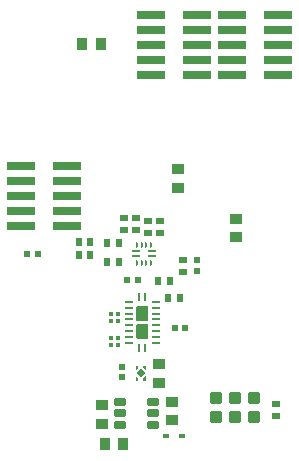
<source format=gbp>
G04*
G04 #@! TF.GenerationSoftware,Altium Limited,Altium Designer,19.1.8 (144)*
G04*
G04 Layer_Color=128*
%FSLAX44Y44*%
%MOMM*%
G71*
G01*
G75*
%ADD18R,0.5500X0.6500*%
%ADD76R,2.4000X0.7600*%
G04:AMPARAMS|DCode=77|XSize=0.2mm|YSize=0.5mm|CornerRadius=0.05mm|HoleSize=0mm|Usage=FLASHONLY|Rotation=0.000|XOffset=0mm|YOffset=0mm|HoleType=Round|Shape=RoundedRectangle|*
%AMROUNDEDRECTD77*
21,1,0.2000,0.4000,0,0,0.0*
21,1,0.1000,0.5000,0,0,0.0*
1,1,0.1000,0.0500,-0.2000*
1,1,0.1000,-0.0500,-0.2000*
1,1,0.1000,-0.0500,0.2000*
1,1,0.1000,0.0500,0.2000*
%
%ADD77ROUNDEDRECTD77*%
G04:AMPARAMS|DCode=78|XSize=0.2mm|YSize=0.7mm|CornerRadius=0.05mm|HoleSize=0mm|Usage=FLASHONLY|Rotation=90.000|XOffset=0mm|YOffset=0mm|HoleType=Round|Shape=RoundedRectangle|*
%AMROUNDEDRECTD78*
21,1,0.2000,0.6000,0,0,90.0*
21,1,0.1000,0.7000,0,0,90.0*
1,1,0.1000,0.3000,0.0500*
1,1,0.1000,0.3000,-0.0500*
1,1,0.1000,-0.3000,-0.0500*
1,1,0.1000,-0.3000,0.0500*
%
%ADD78ROUNDEDRECTD78*%
G04:AMPARAMS|DCode=79|XSize=0.25mm|YSize=0.6mm|CornerRadius=0.025mm|HoleSize=0mm|Usage=FLASHONLY|Rotation=90.000|XOffset=0mm|YOffset=0mm|HoleType=Round|Shape=RoundedRectangle|*
%AMROUNDEDRECTD79*
21,1,0.2500,0.5500,0,0,90.0*
21,1,0.2000,0.6000,0,0,90.0*
1,1,0.0500,0.2750,0.1000*
1,1,0.0500,0.2750,-0.1000*
1,1,0.0500,-0.2750,-0.1000*
1,1,0.0500,-0.2750,0.1000*
%
%ADD79ROUNDEDRECTD79*%
G04:AMPARAMS|DCode=80|XSize=0.25mm|YSize=0.6mm|CornerRadius=0.025mm|HoleSize=0mm|Usage=FLASHONLY|Rotation=180.000|XOffset=0mm|YOffset=0mm|HoleType=Round|Shape=RoundedRectangle|*
%AMROUNDEDRECTD80*
21,1,0.2500,0.5500,0,0,180.0*
21,1,0.2000,0.6000,0,0,180.0*
1,1,0.0500,-0.1000,0.2750*
1,1,0.0500,0.1000,0.2750*
1,1,0.0500,0.1000,-0.2750*
1,1,0.0500,-0.1000,-0.2750*
%
%ADD80ROUNDEDRECTD80*%
G04:AMPARAMS|DCode=82|XSize=0.6mm|YSize=1mm|CornerRadius=0.051mm|HoleSize=0mm|Usage=FLASHONLY|Rotation=90.000|XOffset=0mm|YOffset=0mm|HoleType=Round|Shape=RoundedRectangle|*
%AMROUNDEDRECTD82*
21,1,0.6000,0.8980,0,0,90.0*
21,1,0.4980,1.0000,0,0,90.0*
1,1,0.1020,0.4490,0.2490*
1,1,0.1020,0.4490,-0.2490*
1,1,0.1020,-0.4490,-0.2490*
1,1,0.1020,-0.4490,0.2490*
%
%ADD82ROUNDEDRECTD82*%
%ADD83R,0.1500X0.1500*%
%ADD84R,0.1500X0.1500*%
%ADD85P,0.6788X4X90.0*%
%ADD86R,0.6500X0.5500*%
%ADD87R,0.9000X1.0000*%
%ADD88R,1.0000X0.9000*%
%ADD89R,0.4800X0.4000*%
%ADD90R,0.3600X0.3200*%
%ADD91R,0.6200X0.6200*%
%ADD92R,0.6200X0.6200*%
G36*
X125567Y131848D02*
X125848Y131567D01*
X126000Y131199D01*
Y131000D01*
Y120000D01*
Y119801D01*
X125848Y119434D01*
X125567Y119152D01*
X125199Y119000D01*
X116801D01*
X116434Y119152D01*
X116152Y119434D01*
X116000Y119801D01*
Y120000D01*
Y131000D01*
Y131199D01*
X116152Y131567D01*
X116434Y131848D01*
X116801Y132000D01*
X125199D01*
X125567Y131848D01*
D02*
G37*
G36*
Y116848D02*
X125848Y116567D01*
X126000Y116199D01*
Y116000D01*
Y105000D01*
Y104801D01*
X125848Y104434D01*
X125567Y104152D01*
X125199Y104000D01*
X116801D01*
X116434Y104152D01*
X116152Y104434D01*
X116000Y104801D01*
Y105000D01*
Y116000D01*
Y116199D01*
X116152Y116567D01*
X116434Y116848D01*
X116801Y117000D01*
X125199D01*
X125567Y116848D01*
D02*
G37*
G36*
X124000Y77400D02*
X123700D01*
X121900Y79200D01*
Y81000D01*
X124000D01*
Y77400D01*
D02*
G37*
G36*
X117500Y79200D02*
X115700Y77400D01*
X115400D01*
Y81000D01*
X117500D01*
Y79200D01*
D02*
G37*
G36*
X124000Y68800D02*
X121900D01*
Y70600D01*
X123700Y72400D01*
X124000D01*
Y68800D01*
D02*
G37*
G36*
X117500Y70600D02*
Y68800D01*
X115400D01*
Y72400D01*
X115700D01*
X117500Y70600D01*
D02*
G37*
D18*
X67000Y186000D02*
D03*
X77000D02*
D03*
X67000Y175000D02*
D03*
X77000D02*
D03*
X101000Y185000D02*
D03*
X91000D02*
D03*
X101000Y169000D02*
D03*
X91000D02*
D03*
X144501Y153249D02*
D03*
X134501D02*
D03*
X153000Y139000D02*
D03*
X143000D02*
D03*
D76*
X57500Y250400D02*
D03*
Y237700D02*
D03*
Y225000D02*
D03*
Y212300D02*
D03*
Y199600D02*
D03*
X18500Y250400D02*
D03*
Y237700D02*
D03*
Y225000D02*
D03*
Y212300D02*
D03*
Y199600D02*
D03*
X128500Y327600D02*
D03*
Y340300D02*
D03*
Y353000D02*
D03*
Y365700D02*
D03*
Y378400D02*
D03*
X167500Y327600D02*
D03*
Y340300D02*
D03*
Y353000D02*
D03*
Y365700D02*
D03*
Y378400D02*
D03*
X196500Y327600D02*
D03*
Y340300D02*
D03*
Y353000D02*
D03*
Y365700D02*
D03*
Y378400D02*
D03*
X235500Y327600D02*
D03*
Y340300D02*
D03*
Y353000D02*
D03*
Y365700D02*
D03*
Y378400D02*
D03*
D77*
X116502Y168748D02*
D03*
X120502D02*
D03*
X124502D02*
D03*
X128502D02*
D03*
Y183748D02*
D03*
X124502D02*
D03*
X120502D02*
D03*
X116502D02*
D03*
D78*
X129002Y174249D02*
D03*
Y178249D02*
D03*
X116002D02*
D03*
Y174249D02*
D03*
D79*
X109500Y130500D02*
D03*
Y135500D02*
D03*
Y110500D02*
D03*
Y115500D02*
D03*
Y120500D02*
D03*
Y125500D02*
D03*
Y100500D02*
D03*
Y105500D02*
D03*
X132500Y100500D02*
D03*
Y115500D02*
D03*
Y120500D02*
D03*
Y135500D02*
D03*
Y110500D02*
D03*
Y105500D02*
D03*
Y130500D02*
D03*
Y125500D02*
D03*
D80*
X123500Y139500D02*
D03*
X118500D02*
D03*
Y96500D02*
D03*
X123500D02*
D03*
D82*
X129750Y50500D02*
D03*
Y41000D02*
D03*
Y31500D02*
D03*
X102250D02*
D03*
Y41000D02*
D03*
Y50500D02*
D03*
D83*
X123000Y80000D02*
D03*
D84*
X116400D02*
D03*
X123000Y69800D02*
D03*
X116400D02*
D03*
D85*
X119700Y74900D02*
D03*
D86*
X136000Y194000D02*
D03*
Y204000D02*
D03*
X126000Y194000D02*
D03*
Y204000D02*
D03*
X155000Y171000D02*
D03*
Y161000D02*
D03*
X115501Y206499D02*
D03*
Y196499D02*
D03*
X105501Y206499D02*
D03*
Y196499D02*
D03*
X234316Y38680D02*
D03*
Y48680D02*
D03*
D87*
X183326Y37712D02*
D03*
X199326D02*
D03*
X215326D02*
D03*
X199326D02*
D03*
X199326Y53712D02*
D03*
X183326D02*
D03*
X215326D02*
D03*
X199326D02*
D03*
X105000Y15000D02*
D03*
X89000D02*
D03*
X86000Y354000D02*
D03*
X70000D02*
D03*
D88*
X183326Y37712D02*
D03*
Y53712D02*
D03*
X199326Y37712D02*
D03*
Y53712D02*
D03*
X215326Y37712D02*
D03*
Y53712D02*
D03*
X87000Y32000D02*
D03*
Y48000D02*
D03*
X146000Y35000D02*
D03*
Y51000D02*
D03*
X200000Y206000D02*
D03*
Y190000D02*
D03*
X135000Y83000D02*
D03*
Y67000D02*
D03*
X151000Y232000D02*
D03*
Y248000D02*
D03*
D89*
X141400Y22000D02*
D03*
X154600D02*
D03*
D90*
X100301Y99249D02*
D03*
X94701D02*
D03*
X100301Y105249D02*
D03*
X94701D02*
D03*
X100301Y119249D02*
D03*
X94701D02*
D03*
X100301Y125249D02*
D03*
X94701D02*
D03*
D91*
X23694Y175768D02*
D03*
X32694D02*
D03*
X117001Y154249D02*
D03*
X108001D02*
D03*
X157336Y113538D02*
D03*
X148336D02*
D03*
D92*
X167000Y161500D02*
D03*
Y170500D02*
D03*
X103700Y71400D02*
D03*
Y80400D02*
D03*
M02*

</source>
